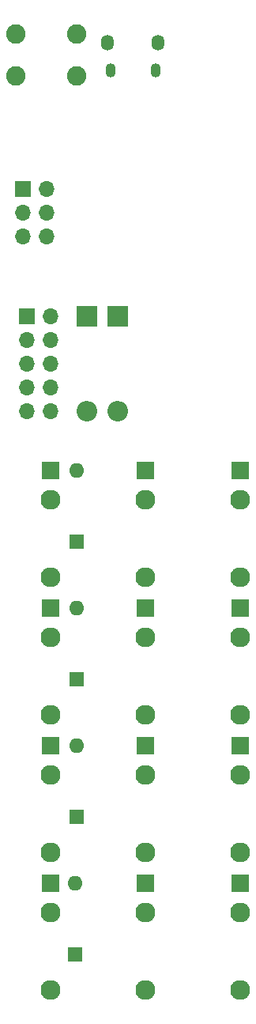
<source format=gbr>
%TF.GenerationSoftware,KiCad,Pcbnew,(5.1.9)-1*%
%TF.CreationDate,2021-05-12T23:24:28-04:00*%
%TF.ProjectId,main,6d61696e-2e6b-4696-9361-645f70636258,rev?*%
%TF.SameCoordinates,Original*%
%TF.FileFunction,Soldermask,Top*%
%TF.FilePolarity,Negative*%
%FSLAX46Y46*%
G04 Gerber Fmt 4.6, Leading zero omitted, Abs format (unit mm)*
G04 Created by KiCad (PCBNEW (5.1.9)-1) date 2021-05-12 23:24:28*
%MOMM*%
%LPD*%
G01*
G04 APERTURE LIST*
%ADD10O,1.700000X1.700000*%
%ADD11R,1.700000X1.700000*%
%ADD12R,2.200000X2.200000*%
%ADD13O,2.200000X2.200000*%
%ADD14R,1.600000X1.600000*%
%ADD15O,1.600000X1.600000*%
%ADD16O,1.100000X1.500000*%
%ADD17O,1.350000X1.700000*%
%ADD18C,2.130000*%
%ADD19R,1.930000X1.830000*%
%ADD20C,2.082800*%
G04 APERTURE END LIST*
D10*
%TO.C,J15*%
X157099000Y-69215000D03*
X154559000Y-69215000D03*
X157099000Y-66675000D03*
X154559000Y-66675000D03*
X157099000Y-64135000D03*
D11*
X154559000Y-64135000D03*
%TD*%
D10*
%TO.C,J2*%
X157480000Y-87884000D03*
X154940000Y-87884000D03*
X157480000Y-85344000D03*
X154940000Y-85344000D03*
X157480000Y-82804000D03*
X154940000Y-82804000D03*
X157480000Y-80264000D03*
X154940000Y-80264000D03*
X157480000Y-77724000D03*
D11*
X154940000Y-77724000D03*
%TD*%
D12*
%TO.C,D1*%
X161417000Y-77724000D03*
D13*
X161417000Y-87884000D03*
%TD*%
%TO.C,D2*%
X164719000Y-87884000D03*
D12*
X164719000Y-77724000D03*
%TD*%
D14*
%TO.C,D9*%
X160274000Y-101854000D03*
D15*
X160274000Y-94234000D03*
%TD*%
%TO.C,D10*%
X160274000Y-108966000D03*
D14*
X160274000Y-116586000D03*
%TD*%
D15*
%TO.C,D11*%
X160147000Y-138430000D03*
D14*
X160147000Y-146050000D03*
%TD*%
%TO.C,D12*%
X160274000Y-131318000D03*
D15*
X160274000Y-123698000D03*
%TD*%
D16*
%TO.C,J1*%
X163894000Y-51403000D03*
X168734000Y-51403000D03*
D17*
X163584000Y-48403000D03*
X169044000Y-48403000D03*
%TD*%
D18*
%TO.C,J3*%
X177800000Y-112066000D03*
D19*
X177800000Y-108966000D03*
D18*
X177800000Y-120366000D03*
%TD*%
%TO.C,J4*%
X177800000Y-135098000D03*
D19*
X177800000Y-123698000D03*
D18*
X177800000Y-126798000D03*
%TD*%
%TO.C,J5*%
X177800000Y-149830000D03*
D19*
X177800000Y-138430000D03*
D18*
X177800000Y-141530000D03*
%TD*%
%TO.C,J6*%
X177800000Y-97334000D03*
D19*
X177800000Y-94234000D03*
D18*
X177800000Y-105634000D03*
%TD*%
%TO.C,J7*%
X167640000Y-97334000D03*
D19*
X167640000Y-94234000D03*
D18*
X167640000Y-105634000D03*
%TD*%
%TO.C,J8*%
X167640000Y-112066000D03*
D19*
X167640000Y-108966000D03*
D18*
X167640000Y-120366000D03*
%TD*%
%TO.C,J9*%
X167640000Y-126828000D03*
D19*
X167640000Y-123728000D03*
D18*
X167640000Y-135128000D03*
%TD*%
%TO.C,J10*%
X167640000Y-149830000D03*
D19*
X167640000Y-138430000D03*
D18*
X167640000Y-141530000D03*
%TD*%
%TO.C,J11*%
X157480000Y-105634000D03*
D19*
X157480000Y-94234000D03*
D18*
X157480000Y-97334000D03*
%TD*%
%TO.C,J12*%
X157480000Y-112066000D03*
D19*
X157480000Y-108966000D03*
D18*
X157480000Y-120366000D03*
%TD*%
%TO.C,J13*%
X157480000Y-149830000D03*
D19*
X157480000Y-138430000D03*
D18*
X157480000Y-141530000D03*
%TD*%
%TO.C,J14*%
X157480000Y-135128000D03*
D19*
X157480000Y-123728000D03*
D18*
X157480000Y-126828000D03*
%TD*%
D20*
%TO.C,RESET1*%
X153771600Y-52019200D03*
X160274000Y-52019200D03*
X153771600Y-47498000D03*
X160274000Y-47498000D03*
%TD*%
M02*

</source>
